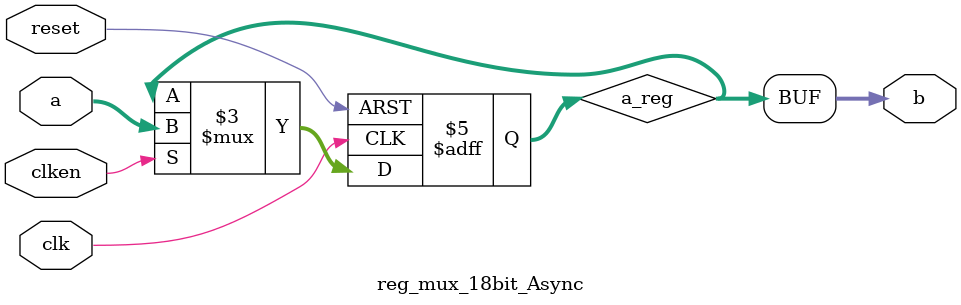
<source format=v>
module reg_mux_18bit_Async (a,clk,reset,clken,b);
parameter regi = 1;
    input [17:0]a;
    input clk,clken,reset;

    output reg [17:0]b;

    reg [17:0]a_reg;

    always @(*) begin
        if (regi) begin 
            b <= a_reg;
        end else begin
            b = a;
        end
    end

    always @(posedge clk or posedge reset) begin
        if (reset) begin
            a_reg <= 0;
        end else begin
                if (clken) begin
                    a_reg <= a;
                end
        end
    end

endmodule
</source>
